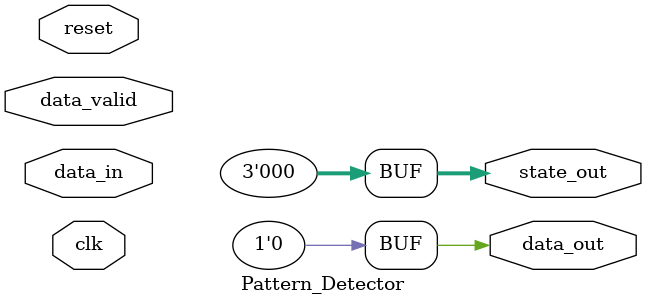
<source format=sv>
typedef enum logic [2:0] { 
    IDLE,
    S1,
    S10,
    S101
} states;

module Pattern_Detector (
    input logic data_in,clk,data_valid,reset,
    output logic data_out,
    output logic [2:0]state_out
);

states state;
assign data_out =0;
always_ff @( posedge clk or posedge reset ) begin : FSM_block
    if (reset) begin
        state <= IDLE;
    end else if (data_valid ) begin
        unique case (state)
            IDLE: begin state = (data_in)?S1:IDLE; data_out<=0; end
            S1:  begin state = (data_in) ? S1 : S101; data_out<=0; end
            S10: begin state = (data_in) ? S101: IDLE; data_out<=0; end
            S101: if (data_in) begin
                data_out<=1;
                state <=S1;
            end else state<= S10;
            default : state<=IDLE;
        endcase
    end
end
assign state_out =0;
always_ff @( posedge clk ) begin : state_Check
    unique case (state)
        IDLE: state_out<=3'd0;   
        S1  : state_out<=3'd1; 
        S10 : state_out<=3'd2; 
        S101: state_out<=3'd3; 
 
    endcase
end
    
endmodule
</source>
